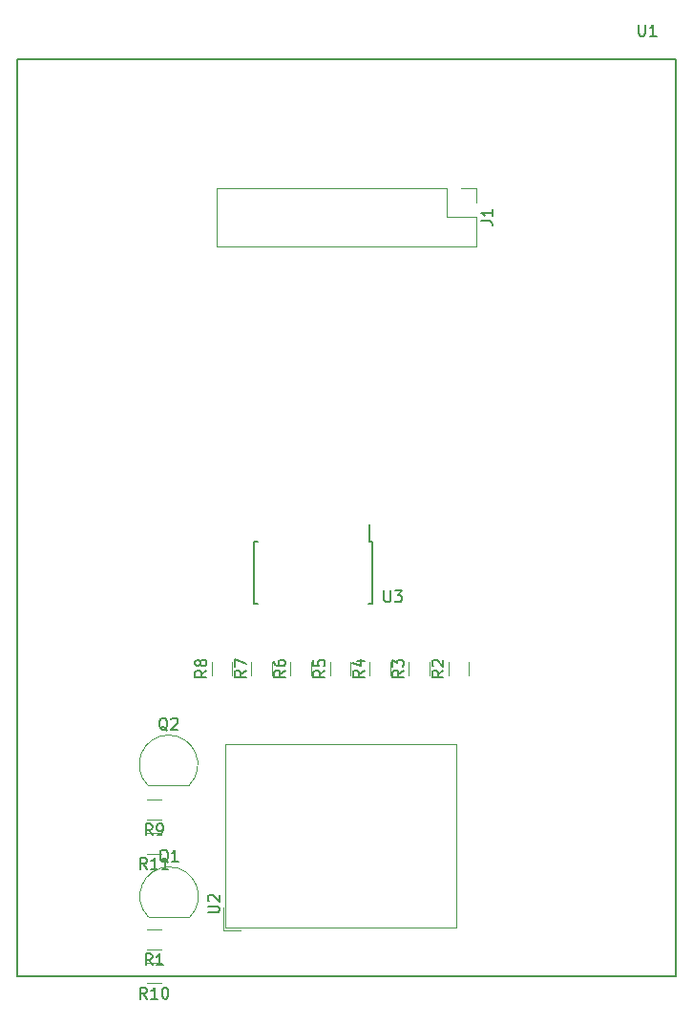
<source format=gbr>
G04 #@! TF.GenerationSoftware,KiCad,Pcbnew,5.0.2+dfsg1-1*
G04 #@! TF.CreationDate,2019-04-27T12:39:24-05:00*
G04 #@! TF.ProjectId,AdaptadorCamara,41646170-7461-4646-9f72-43616d617261,rev?*
G04 #@! TF.SameCoordinates,Original*
G04 #@! TF.FileFunction,Legend,Top*
G04 #@! TF.FilePolarity,Positive*
%FSLAX45Y45*%
G04 Gerber Fmt 4.5, Leading zero omitted, Abs format (unit mm)*
G04 Created by KiCad (PCBNEW 5.0.2+dfsg1-1) date sáb 27 abr 2019 12:39:24 -05*
%MOMM*%
%LPD*%
G01*
G04 APERTURE LIST*
%ADD10C,0.120000*%
%ADD11C,0.150000*%
G04 APERTURE END LIST*
D10*
G04 #@! TO.C,R9*
X1260206Y1741000D02*
X1139794Y1741000D01*
X1260206Y1559000D02*
X1139794Y1559000D01*
G04 #@! TO.C,Q1*
X1152200Y696200D02*
X1512200Y696200D01*
X1148352Y697352D02*
G75*
G02X1332200Y1141200I183848J183848D01*
G01*
X1516048Y697352D02*
G75*
G03X1332200Y1141200I-183848J183848D01*
G01*
G04 #@! TO.C,Q2*
X1510848Y1866152D02*
G75*
G03X1327000Y2310000I-183848J183848D01*
G01*
X1143152Y1866152D02*
G75*
G02X1327000Y2310000I183848J183848D01*
G01*
X1147000Y1865000D02*
X1507000Y1865000D01*
D11*
G04 #@! TO.C,U1*
X-14000Y8298000D02*
X5828000Y8298000D01*
X5828000Y8298000D02*
X5828000Y170000D01*
X5828000Y170000D02*
X-14000Y170000D01*
X-14000Y170000D02*
X-14000Y8298000D01*
D10*
G04 #@! TO.C,J1*
X1758000Y7161000D02*
X1758000Y6641000D01*
X3796000Y7161000D02*
X1758000Y7161000D01*
X4056000Y6641000D02*
X1758000Y6641000D01*
X3796000Y7161000D02*
X3796000Y6901000D01*
X3796000Y6901000D02*
X4056000Y6901000D01*
X4056000Y6901000D02*
X4056000Y6641000D01*
X3923000Y7161000D02*
X4056000Y7161000D01*
X4056000Y7161000D02*
X4056000Y7028000D01*
G04 #@! TO.C,R1*
X1260206Y409000D02*
X1139794Y409000D01*
X1260206Y591000D02*
X1139794Y591000D01*
G04 #@! TO.C,R2*
X3809000Y2839794D02*
X3809000Y2960206D01*
X3991000Y2839794D02*
X3991000Y2960206D01*
G04 #@! TO.C,R3*
X3641000Y2839794D02*
X3641000Y2960206D01*
X3459000Y2839794D02*
X3459000Y2960206D01*
G04 #@! TO.C,R4*
X3109000Y2839794D02*
X3109000Y2960206D01*
X3291000Y2839794D02*
X3291000Y2960206D01*
G04 #@! TO.C,R5*
X2941000Y2839794D02*
X2941000Y2960206D01*
X2759000Y2839794D02*
X2759000Y2960206D01*
G04 #@! TO.C,R6*
X2409000Y2839794D02*
X2409000Y2960206D01*
X2591000Y2839794D02*
X2591000Y2960206D01*
G04 #@! TO.C,R7*
X2241000Y2839794D02*
X2241000Y2960206D01*
X2059000Y2839794D02*
X2059000Y2960206D01*
G04 #@! TO.C,R8*
X1709000Y2839794D02*
X1709000Y2960206D01*
X1891000Y2839794D02*
X1891000Y2960206D01*
G04 #@! TO.C,U2*
X1811200Y579600D02*
X1811200Y779600D01*
X1811200Y579600D02*
X1967200Y579600D01*
X1834200Y602600D02*
X1834200Y2226600D01*
X1834200Y2226600D02*
X3878200Y2226600D01*
X3878200Y2226600D02*
X3878200Y602600D01*
X3878200Y602600D02*
X1834200Y602600D01*
D11*
G04 #@! TO.C,U3*
X3110000Y4027500D02*
X3110000Y4180000D01*
X2082500Y4027500D02*
X2082500Y3472500D01*
X3137500Y4027500D02*
X3137500Y3472500D01*
X2082500Y4027500D02*
X2118000Y4027500D01*
X2082500Y3472500D02*
X2118000Y3472500D01*
X3137500Y3472500D02*
X3102000Y3472500D01*
X3137500Y4027500D02*
X3110000Y4027500D01*
D10*
G04 #@! TO.C,R10*
X1260206Y291000D02*
X1139794Y291000D01*
X1260206Y109000D02*
X1139794Y109000D01*
G04 #@! TO.C,R11*
X1260206Y1259000D02*
X1139794Y1259000D01*
X1260206Y1441000D02*
X1139794Y1441000D01*
G04 #@! TO.C,R9*
D11*
X1183333Y1422762D02*
X1150000Y1470381D01*
X1126190Y1422762D02*
X1126190Y1522762D01*
X1164286Y1522762D01*
X1173810Y1518000D01*
X1178571Y1513238D01*
X1183333Y1503714D01*
X1183333Y1489428D01*
X1178571Y1479905D01*
X1173810Y1475143D01*
X1164286Y1470381D01*
X1126190Y1470381D01*
X1230952Y1422762D02*
X1250000Y1422762D01*
X1259524Y1427524D01*
X1264286Y1432286D01*
X1273810Y1446571D01*
X1278571Y1465619D01*
X1278571Y1503714D01*
X1273810Y1513238D01*
X1269048Y1518000D01*
X1259524Y1522762D01*
X1240476Y1522762D01*
X1230952Y1518000D01*
X1226190Y1513238D01*
X1221429Y1503714D01*
X1221429Y1479905D01*
X1226190Y1470381D01*
X1230952Y1465619D01*
X1240476Y1460857D01*
X1259524Y1460857D01*
X1269048Y1465619D01*
X1273810Y1470381D01*
X1278571Y1479905D01*
G04 #@! TO.C,Q1*
X1322676Y1182438D02*
X1313152Y1187200D01*
X1303629Y1196724D01*
X1289343Y1211010D01*
X1279819Y1215771D01*
X1270295Y1215771D01*
X1275057Y1191962D02*
X1265533Y1196724D01*
X1256010Y1206248D01*
X1251248Y1225295D01*
X1251248Y1258629D01*
X1256010Y1277676D01*
X1265533Y1287200D01*
X1275057Y1291962D01*
X1294105Y1291962D01*
X1303629Y1287200D01*
X1313152Y1277676D01*
X1317914Y1258629D01*
X1317914Y1225295D01*
X1313152Y1206248D01*
X1303629Y1196724D01*
X1294105Y1191962D01*
X1275057Y1191962D01*
X1413152Y1191962D02*
X1356010Y1191962D01*
X1384581Y1191962D02*
X1384581Y1291962D01*
X1375057Y1277676D01*
X1365533Y1268152D01*
X1356010Y1263390D01*
G04 #@! TO.C,Q2*
X1317476Y2351238D02*
X1307952Y2356000D01*
X1298429Y2365524D01*
X1284143Y2379810D01*
X1274619Y2384571D01*
X1265095Y2384571D01*
X1269857Y2360762D02*
X1260333Y2365524D01*
X1250810Y2375048D01*
X1246048Y2394095D01*
X1246048Y2427429D01*
X1250810Y2446476D01*
X1260333Y2456000D01*
X1269857Y2460762D01*
X1288905Y2460762D01*
X1298429Y2456000D01*
X1307952Y2446476D01*
X1312714Y2427429D01*
X1312714Y2394095D01*
X1307952Y2375048D01*
X1298429Y2365524D01*
X1288905Y2360762D01*
X1269857Y2360762D01*
X1350810Y2451238D02*
X1355571Y2456000D01*
X1365095Y2460762D01*
X1388905Y2460762D01*
X1398428Y2456000D01*
X1403190Y2451238D01*
X1407952Y2441714D01*
X1407952Y2432190D01*
X1403190Y2417905D01*
X1346048Y2360762D01*
X1407952Y2360762D01*
G04 #@! TO.C,U1*
X5497810Y8606762D02*
X5497810Y8525810D01*
X5502571Y8516286D01*
X5507333Y8511524D01*
X5516857Y8506762D01*
X5535905Y8506762D01*
X5545429Y8511524D01*
X5550190Y8516286D01*
X5554952Y8525810D01*
X5554952Y8606762D01*
X5654952Y8506762D02*
X5597809Y8506762D01*
X5626381Y8506762D02*
X5626381Y8606762D01*
X5616857Y8592476D01*
X5607333Y8582952D01*
X5597809Y8578190D01*
G04 #@! TO.C,J1*
X4101238Y6867667D02*
X4172667Y6867667D01*
X4186952Y6862905D01*
X4196476Y6853381D01*
X4201238Y6839095D01*
X4201238Y6829571D01*
X4201238Y6967667D02*
X4201238Y6910524D01*
X4201238Y6939095D02*
X4101238Y6939095D01*
X4115524Y6929571D01*
X4125048Y6920048D01*
X4129809Y6910524D01*
G04 #@! TO.C,R1*
X1183333Y272762D02*
X1150000Y320381D01*
X1126190Y272762D02*
X1126190Y372762D01*
X1164286Y372762D01*
X1173810Y368000D01*
X1178571Y363238D01*
X1183333Y353714D01*
X1183333Y339429D01*
X1178571Y329905D01*
X1173810Y325143D01*
X1164286Y320381D01*
X1126190Y320381D01*
X1278571Y272762D02*
X1221429Y272762D01*
X1250000Y272762D02*
X1250000Y372762D01*
X1240476Y358476D01*
X1230952Y348952D01*
X1221429Y344190D01*
G04 #@! TO.C,R2*
X3763238Y2883333D02*
X3715619Y2850000D01*
X3763238Y2826190D02*
X3663238Y2826190D01*
X3663238Y2864286D01*
X3668000Y2873809D01*
X3672762Y2878571D01*
X3682286Y2883333D01*
X3696571Y2883333D01*
X3706095Y2878571D01*
X3710857Y2873809D01*
X3715619Y2864286D01*
X3715619Y2826190D01*
X3672762Y2921428D02*
X3668000Y2926190D01*
X3663238Y2935714D01*
X3663238Y2959524D01*
X3668000Y2969048D01*
X3672762Y2973809D01*
X3682286Y2978571D01*
X3691809Y2978571D01*
X3706095Y2973809D01*
X3763238Y2916667D01*
X3763238Y2978571D01*
G04 #@! TO.C,R3*
X3413238Y2883333D02*
X3365619Y2850000D01*
X3413238Y2826190D02*
X3313238Y2826190D01*
X3313238Y2864286D01*
X3318000Y2873809D01*
X3322762Y2878571D01*
X3332286Y2883333D01*
X3346571Y2883333D01*
X3356095Y2878571D01*
X3360857Y2873809D01*
X3365619Y2864286D01*
X3365619Y2826190D01*
X3313238Y2916667D02*
X3313238Y2978571D01*
X3351333Y2945238D01*
X3351333Y2959524D01*
X3356095Y2969048D01*
X3360857Y2973809D01*
X3370381Y2978571D01*
X3394190Y2978571D01*
X3403714Y2973809D01*
X3408476Y2969048D01*
X3413238Y2959524D01*
X3413238Y2930952D01*
X3408476Y2921428D01*
X3403714Y2916667D01*
G04 #@! TO.C,R4*
X3063238Y2883333D02*
X3015619Y2850000D01*
X3063238Y2826190D02*
X2963238Y2826190D01*
X2963238Y2864286D01*
X2968000Y2873809D01*
X2972762Y2878571D01*
X2982286Y2883333D01*
X2996571Y2883333D01*
X3006095Y2878571D01*
X3010857Y2873809D01*
X3015619Y2864286D01*
X3015619Y2826190D01*
X2996571Y2969048D02*
X3063238Y2969048D01*
X2958476Y2945238D02*
X3029905Y2921428D01*
X3029905Y2983333D01*
G04 #@! TO.C,R5*
X2713238Y2883333D02*
X2665619Y2850000D01*
X2713238Y2826190D02*
X2613238Y2826190D01*
X2613238Y2864286D01*
X2618000Y2873809D01*
X2622762Y2878571D01*
X2632286Y2883333D01*
X2646571Y2883333D01*
X2656095Y2878571D01*
X2660857Y2873809D01*
X2665619Y2864286D01*
X2665619Y2826190D01*
X2613238Y2973809D02*
X2613238Y2926190D01*
X2660857Y2921428D01*
X2656095Y2926190D01*
X2651333Y2935714D01*
X2651333Y2959524D01*
X2656095Y2969048D01*
X2660857Y2973809D01*
X2670381Y2978571D01*
X2694190Y2978571D01*
X2703714Y2973809D01*
X2708476Y2969048D01*
X2713238Y2959524D01*
X2713238Y2935714D01*
X2708476Y2926190D01*
X2703714Y2921428D01*
G04 #@! TO.C,R6*
X2363238Y2883333D02*
X2315619Y2850000D01*
X2363238Y2826190D02*
X2263238Y2826190D01*
X2263238Y2864286D01*
X2268000Y2873809D01*
X2272762Y2878571D01*
X2282286Y2883333D01*
X2296571Y2883333D01*
X2306095Y2878571D01*
X2310857Y2873809D01*
X2315619Y2864286D01*
X2315619Y2826190D01*
X2263238Y2969048D02*
X2263238Y2950000D01*
X2268000Y2940476D01*
X2272762Y2935714D01*
X2287048Y2926190D01*
X2306095Y2921428D01*
X2344190Y2921428D01*
X2353714Y2926190D01*
X2358476Y2930952D01*
X2363238Y2940476D01*
X2363238Y2959524D01*
X2358476Y2969048D01*
X2353714Y2973809D01*
X2344190Y2978571D01*
X2320381Y2978571D01*
X2310857Y2973809D01*
X2306095Y2969048D01*
X2301333Y2959524D01*
X2301333Y2940476D01*
X2306095Y2930952D01*
X2310857Y2926190D01*
X2320381Y2921428D01*
G04 #@! TO.C,R7*
X2013238Y2883333D02*
X1965619Y2850000D01*
X2013238Y2826190D02*
X1913238Y2826190D01*
X1913238Y2864286D01*
X1918000Y2873809D01*
X1922762Y2878571D01*
X1932286Y2883333D01*
X1946571Y2883333D01*
X1956095Y2878571D01*
X1960857Y2873809D01*
X1965619Y2864286D01*
X1965619Y2826190D01*
X1913238Y2916667D02*
X1913238Y2983333D01*
X2013238Y2940476D01*
G04 #@! TO.C,R8*
X1663238Y2883333D02*
X1615619Y2850000D01*
X1663238Y2826190D02*
X1563238Y2826190D01*
X1563238Y2864286D01*
X1568000Y2873809D01*
X1572762Y2878571D01*
X1582286Y2883333D01*
X1596571Y2883333D01*
X1606095Y2878571D01*
X1610857Y2873809D01*
X1615619Y2864286D01*
X1615619Y2826190D01*
X1606095Y2940476D02*
X1601333Y2930952D01*
X1596571Y2926190D01*
X1587048Y2921428D01*
X1582286Y2921428D01*
X1572762Y2926190D01*
X1568000Y2930952D01*
X1563238Y2940476D01*
X1563238Y2959524D01*
X1568000Y2969048D01*
X1572762Y2973809D01*
X1582286Y2978571D01*
X1587048Y2978571D01*
X1596571Y2973809D01*
X1601333Y2969048D01*
X1606095Y2959524D01*
X1606095Y2940476D01*
X1610857Y2930952D01*
X1615619Y2926190D01*
X1625143Y2921428D01*
X1644190Y2921428D01*
X1653714Y2926190D01*
X1658476Y2930952D01*
X1663238Y2940476D01*
X1663238Y2959524D01*
X1658476Y2969048D01*
X1653714Y2973809D01*
X1644190Y2978571D01*
X1625143Y2978571D01*
X1615619Y2973809D01*
X1610857Y2969048D01*
X1606095Y2959524D01*
G04 #@! TO.C,U2*
X1676438Y737409D02*
X1757390Y737409D01*
X1766914Y742171D01*
X1771676Y746933D01*
X1776438Y756457D01*
X1776438Y775505D01*
X1771676Y785028D01*
X1766914Y789790D01*
X1757390Y794552D01*
X1676438Y794552D01*
X1685962Y837409D02*
X1681200Y842171D01*
X1676438Y851695D01*
X1676438Y875505D01*
X1681200Y885028D01*
X1685962Y889790D01*
X1695486Y894552D01*
X1705009Y894552D01*
X1719295Y889790D01*
X1776438Y832648D01*
X1776438Y894552D01*
G04 #@! TO.C,U3*
X3238809Y3589762D02*
X3238809Y3508809D01*
X3243571Y3499286D01*
X3248333Y3494524D01*
X3257857Y3489762D01*
X3276905Y3489762D01*
X3286428Y3494524D01*
X3291190Y3499286D01*
X3295952Y3508809D01*
X3295952Y3589762D01*
X3334048Y3589762D02*
X3395952Y3589762D01*
X3362619Y3551667D01*
X3376905Y3551667D01*
X3386428Y3546905D01*
X3391190Y3542143D01*
X3395952Y3532619D01*
X3395952Y3508809D01*
X3391190Y3499286D01*
X3386428Y3494524D01*
X3376905Y3489762D01*
X3348333Y3489762D01*
X3338809Y3494524D01*
X3334048Y3499286D01*
G04 #@! TO.C,R10*
X1135714Y-27238D02*
X1102381Y20381D01*
X1078571Y-27238D02*
X1078571Y72762D01*
X1116667Y72762D01*
X1126190Y68000D01*
X1130952Y63238D01*
X1135714Y53714D01*
X1135714Y39429D01*
X1130952Y29905D01*
X1126190Y25143D01*
X1116667Y20381D01*
X1078571Y20381D01*
X1230952Y-27238D02*
X1173810Y-27238D01*
X1202381Y-27238D02*
X1202381Y72762D01*
X1192857Y58476D01*
X1183333Y48952D01*
X1173810Y44190D01*
X1292857Y72762D02*
X1302381Y72762D01*
X1311905Y68000D01*
X1316667Y63238D01*
X1321429Y53714D01*
X1326190Y34667D01*
X1326190Y10857D01*
X1321429Y-8190D01*
X1316667Y-17714D01*
X1311905Y-22476D01*
X1302381Y-27238D01*
X1292857Y-27238D01*
X1283333Y-22476D01*
X1278571Y-17714D01*
X1273810Y-8190D01*
X1269048Y10857D01*
X1269048Y34667D01*
X1273810Y53714D01*
X1278571Y63238D01*
X1283333Y68000D01*
X1292857Y72762D01*
G04 #@! TO.C,R11*
X1135714Y1122762D02*
X1102381Y1170381D01*
X1078571Y1122762D02*
X1078571Y1222762D01*
X1116667Y1222762D01*
X1126190Y1218000D01*
X1130952Y1213238D01*
X1135714Y1203714D01*
X1135714Y1189429D01*
X1130952Y1179905D01*
X1126190Y1175143D01*
X1116667Y1170381D01*
X1078571Y1170381D01*
X1230952Y1122762D02*
X1173810Y1122762D01*
X1202381Y1122762D02*
X1202381Y1222762D01*
X1192857Y1208476D01*
X1183333Y1198952D01*
X1173810Y1194190D01*
X1326190Y1122762D02*
X1269048Y1122762D01*
X1297619Y1122762D02*
X1297619Y1222762D01*
X1288095Y1208476D01*
X1278571Y1198952D01*
X1269048Y1194190D01*
G04 #@! TD*
M02*

</source>
